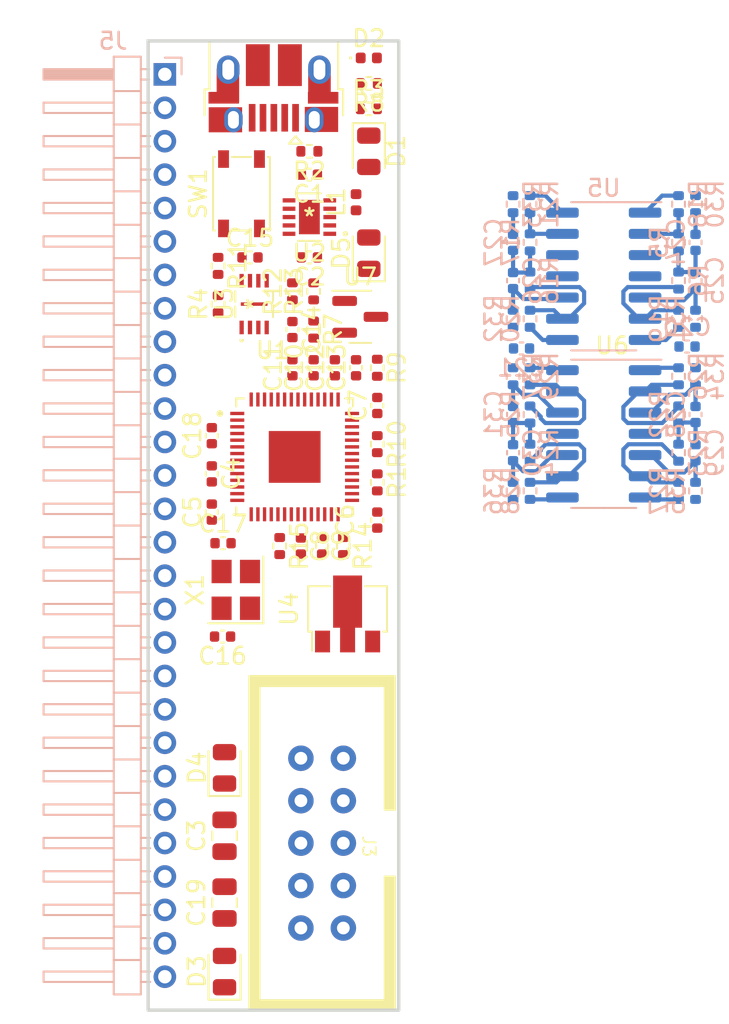
<source format=kicad_pcb>
(kicad_pcb (version 20211014) (generator pcbnew)
  (layers (0 "F.Cu" signal) (31 "B.Cu" signal) (34 "B.Paste" user) (35 "F.Paste" user) (36 "B.SilkS" user "B.Silkscreen") (37 "F.SilkS" user "F.Silkscreen") (38 "B.Mask" user) (39 "F.Mask" user) (44 "Edge.Cuts" user))
  (net 0 "")
  (net 1 "/3V3")
  (net 2 "Earth")
  (net 3 "/VSYS")
  (net 4 "/1V1")
  (net 5 "Net-(C10-Pad1)")
  (net 6 "/XIN")
  (net 7 "/XR")
  (net 8 "/VBUS")
  (net 9 "Net-(D2-Pad2)")
  (net 10 "/USB_D-")
  (net 11 "/USB_D+")
  (net 14 "/SWCLK")
  (net 15 "/SWDIO")
  (net 16 "Net-(L1-Pad1)")
  (net 17 "Net-(L1-Pad2)")
  (net 18 "/GPIO24")
  (net 19 "/3V3_EN")
  (net 20 "/QSPI_SS")
  (net 21 "/GPIO23")
  (net 22 "Net-(C13-Pad1)")
  (net 23 "/USB_D+X")
  (net 24 "/USB_D-X")
  (net 25 "/GPIO25")
  (net 26 "/XOUT")
  (net 27 "/QSPI_SD1")
  (net 28 "/QSPI_SD2")
  (net 29 "/QSPI_SD0")
  (net 30 "/QSPI_SCLK")
  (net 31 "/QSPI_SD3")
  (net 32 "/GPIO_12")
  (net 33 "/GPIO_13")
  (net 34 "/GPIO_14")
  (net 35 "/GPIO_15")
  (net 36 "/RUN")
  (net 37 "/GPIO_16")
  (net 38 "/GPIO_17")
  (net 39 "/GPIO_0")
  (net 40 "/GPIO_1")
  (net 41 "/GPIO_2")
  (net 42 "/GPIO_3")
  (net 43 "/GPIO_4")
  (net 44 "/GPIO_5")
  (net 45 "/GPIO_6")
  (net 46 "/GPIO_7")
  (net 47 "/GPIO_8")
  (net 48 "/GPIO_9")
  (net 49 "/GPIO_10")
  (net 50 "/GPIO_11")
  (net 51 "/GPIO_18")
  (net 52 "/GPIO_19")
  (net 53 "/GPIO_20")
  (net 54 "/GPIO_21")
  (net 55 "/GPIO_22")
  (net 56 "/GPIO_23")
  (net 57 "/GPIO_24")
  (net 58 "/GPIO_25")
  (net 59 "/GPIO_26_ADC0")
  (net 60 "/GPIO_27_ADC0")
  (net 61 "Net-(D3-Pad1)")
  (net 63 "Net-(C5-Pad1)")
  (net 64 "Net-(C6-Pad1)")
  (net 65 "Net-(C7-Pad1)")
  (net 66 "Net-(C8-Pad1)")
  (net 67 "Net-(D4-Pad2)")
  (net 68 "Net-(R11-Pad1)")
  (net 69 "-12V")
  (net 70 "+12V")
  (net 71 "/GPIO_28_ADC0")
  (net 72 "Net-(R7-Pad2)")
  (net 73 "/V_7805")
  (net 74 "Net-(R18-Pad1)")
  (net 75 "Net-(R19-Pad1)")
  (net 76 "Net-(R16-Pad1)")
  (net 77 "Net-(R17-Pad1)")
  (net 78 "Net-(R22-Pad1)")
  (net 79 "Net-(R23-Pad1)")
  (net 80 "Net-(R24-Pad1)")
  (net 81 "Net-(R25-Pad1)")
  (net 82 "/GPIO_0X")
  (net 83 "/GPIO_1X")
  (net 84 "/GPIO_2X")
  (net 85 "/GPIO_3X")
  (net 86 "/GPIO_4X")
  (net 87 "/GPIO_5X")
  (net 88 "/GPIO_6X")
  (net 89 "/GPIO_7X")
  (net 90 "Net-(U5-Pad3)")
  (net 91 "Net-(U5-Pad5)")
  (net 92 "Net-(U5-Pad10)")
  (net 93 "Net-(U5-Pad12)")
  (net 94 "Net-(U6-Pad3)")
  (net 95 "Net-(U6-Pad5)")
  (net 96 "Net-(U6-Pad10)")
  (net 97 "Net-(U6-Pad12)")
  (footprint "Capacitor_SMD:C_0402_1005Metric" (layer "F.Cu") (at 13.716 21.816 90)
    (fp_text reference "C7")
    (fp_text value "100n")
  )
  (footprint "Resistor_SMD:R_0402_1005Metric" (layer "F.Cu") (at 8.636 14.986 90)
    (fp_text reference "R12")
    (fp_text value "27R")
  )
  (footprint "Capacitor_SMD:C_0805_2012Metric" (layer "F.Cu") (at 4.572 51.562 90)
    (fp_text reference "C19")
    (fp_text value "10u")
  )
  (footprint "Resistor_SMD:R_0402_1005Metric" (layer "F.Cu") (at 9.652 6.604 180)
    (fp_text reference "R2")
    (fp_text value "100K")
  )
  (footprint "Capacitor_SMD:C_0402_1005Metric" (layer "F.Cu") (at 9.144 30.226 -90)
    (fp_text reference "C8")
    (fp_text value "100n")
  )
  (footprint "Capacitor_SMD:C_0402_1005Metric" (layer "F.Cu") (at 8.636 19.558 90)
    (fp_text reference "C11")
    (fp_text value "100n")
  )
  (footprint "Resistor_SMD:R_0402_1005Metric" (layer "F.Cu") (at 7.874 30.226 -90)
    (fp_text reference "R15")
    (fp_text value "NO FIT")
  )
  (footprint "Capacitor_SMD:C_0402_1005Metric" (layer "F.Cu") (at 12.446 19.558 90)
    (fp_text reference "C13")
    (fp_text value "2U2")
  )
  (footprint "Resistor_SMD:R_0402_1005Metric" (layer "F.Cu") (at 13.716 24.13 -90)
    (fp_text reference "R10")
    (fp_text value "5K6")
  )
  (footprint "Resistor_SMD:R_0402_1005Metric" (layer "F.Cu") (at 13.716 19.558 -90)
    (fp_text reference "R9")
    (fp_text value "1R")
  )
  (footprint "Package_TO_SOT_SMD:SOT-89-3" (layer "F.Cu") (at 11.938 34.29 90)
    (fp_text reference "U4")
    (fp_text value "L7805")
  )
  (footprint "Diode_SMD:D_0805_2012Metric" (layer "F.Cu") (at 4.572 43.5 90)
    (fp_text reference "D4")
    (fp_text value "DIODE")
  )
  (footprint "Diode_SMD:D_0805_2012Metric" (layer "F.Cu") (at 13.208 6.604 -90)
    (fp_text reference "D1")
    (fp_text value "DIODE")
  )
  (footprint "Inductor_SMD:L_0402_1005Metric" (layer "F.Cu") (at 12.446 9.652 90)
    (fp_text reference "L1")
    (fp_text value "2U2")
  )
  (footprint "Capacitor_SMD:C_0402_1005Metric" (layer "F.Cu") (at 3.81 23.622 90)
    (fp_text reference "C18")
    (fp_text value "2U2")
  )
  (footprint "Capacitor_SMD:C_0402_1005Metric" (layer "F.Cu") (at 9.652 8.001 180)
    (fp_text reference "C1")
    (fp_text value "47u")
  )
  (footprint "Capacitor_SMD:C_0402_1005Metric" (layer "F.Cu") (at 13.716 28.674 90)
    (fp_text reference "C6")
    (fp_text value "100n")
  )
  (footprint "Capacitor_SMD:C_0402_1005Metric" (layer "F.Cu") (at 6.096 12.954)
    (fp_text reference "C15")
    (fp_text value "100n")
  )
  (footprint "RT6150B-33GQW:RT6150B-33GQW" (layer "F.Cu") (at 9.652 10.541 180)
    (fp_text reference "U2")
    (fp_text value "RT6150B-33GQW" hide)
  )
  (footprint "Capacitor_SMD:C_0402_1005Metric" (layer "F.Cu") (at 8.636 17.272 -90)
    (fp_text reference "C14")
    (fp_text value "2U2")
  )
  (footprint "Capacitor_SMD:C_0402_1005Metric" (layer "F.Cu") (at 10.414 30.226 -90)
    (fp_text reference "C9")
    (fp_text value "100n")
  )
  (footprint "Resistor_SMD:R_0402_1005Metric" (layer "F.Cu") (at 9.906 17.272 -90)
    (fp_text reference "R7")
    (fp_text value "200R")
  )
  (footprint "Button_Switch_SMD:SW_SPST_PTS810" (layer "F.Cu") (at 5.588 9.144 90)
    (fp_text reference "SW1")
    (fp_text value "SW_MEC_5E")
  )
  (footprint "w25q16jvuxiq:W25Q16JVUXIQ" (layer "F.Cu") (at 6.346 15.748 90)
    (fp_text reference "U3")
    (fp_text value "W25Q16JVUXIQ" hide)
  )
  (footprint "Package_TO_SOT_SMD:SOT-23" (layer "F.Cu") (at 12.7 16.51)
    (fp_text reference "U7")
    (fp_text value "LM4040DBZ-3")
  )
  (footprint "Diode_SMD:D_0805_2012Metric" (layer "F.Cu") (at 4.572 55.692 90)
    (fp_text reference "D3")
    (fp_text value "DIODE")
  )
  (footprint "Crystal:Crystal_SMD_3225-4Pin_3.2x2.5mm" (layer "F.Cu") (at 5.246 32.85 90)
    (fp_text reference "X1")
    (fp_text value "Crystal_GND24")
  )
  (footprint "LED_SMD:LED_0402_1005Metric" (layer "F.Cu") (at 13.208 1.016)
    (fp_text reference "D2")
    (fp_text value "LED")
  )
  (footprint "Diode_SMD:D_0805_2012Metric" (layer "F.Cu") (at 13.208 12.7 90)
    (fp_text reference "D5")
    (fp_text value "DIODE")
  )
  (footprint "Capacitor_SMD:C_0402_1005Metric" (layer "F.Cu") (at 11.176 19.558 90)
    (fp_text reference "C12")
    (fp_text value "2U2")
  )
  (footprint "Capacitor_SMD:C_0402_1005Metric" (layer "F.Cu") (at 3.81 25.908 -90)
    (fp_text reference "C4")
    (fp_text value "100n")
  )
  (footprint "Capacitor_SMD:C_0402_1005Metric" (layer "F.Cu") (at 3.81 28.194 90)
    (fp_text reference "C5")
    (fp_text value "100n")
  )
  (footprint "Resistor_SMD:R_0402_1005Metric" (layer "F.Cu") (at 13.21 4.064)
    (fp_text reference "R3")
    (fp_text value "470R")
  )
  (footprint "Resistor_SMD:R_0402_1005Metric" (layer "F.Cu") (at 11.684 30.226 -90)
    (fp_text reference "R14")
    (fp_text value "1K")
  )
  (footprint "Resistor_SMD:R_0402_1005Metric" (layer "F.Cu") (at 13.21 2.54 180)
    (fp_text reference "R8")
    (fp_text value "100K")
  )
  (footprint "Resistor_SMD:R_0402_1005Metric" (layer "F.Cu") (at 4.187 15.748 90)
    (fp_text reference "R4")
    (fp_text value "NO FIT")
  )
  (footprint "Resistor_SMD:R_0402_1005Metric" (layer "F.Cu") (at 9.906 14.986 90)
    (fp_text reference "R13")
    (fp_text value "27R")
  )
  (footprint "Capacitor_SMD:C_0402_1005Metric" (layer "F.Cu") (at 4.456 35.644 180)
    (fp_text reference "C16")
    (fp_text value "15p")
  )
  (footprint "Connector_USB:USB_Micro-B_Amphenol_10103594-0001LF_Horizontal" (layer "F.Cu") (at 7.5 2.8328 180)
    (fp_text reference "J1" hide)
    (fp_text value "USB_B_Micro")
  )
  (footprint "Resistor_SMD:R_0402_1005Metric" (layer "F.Cu") (at 4.187 13.462 -90)
    (fp_text reference "R11")
    (fp_text value "1K")
  )
  (footprint "Capacitor_SMD:C_0805_2012Metric" (layer "F.Cu") (at 4.572 47.564 90)
    (fp_text reference "C3")
    (fp_text value "10u")
  )
  (footprint "rp2040:QFN40P700X700X90-57N" (layer "F.Cu") (at 8.77 24.892)
    (fp_text reference "U1")
    (fp_text value "RP2040")
  )
  (footprint "Capacitor_SMD:C_0402_1005Metric" (layer "F.Cu") (at 4.484 30.056)
    (fp_text reference "C17")
    (fp_text value "15p")
  )
  (footprint "Eurorack:Eurorack Power Header Unlabeled" (layer "F.Cu") (at 10.414 48.006 -90)
    (fp_text reference "J3")
    (fp_text value "Conn_02x05_Odd_Even")
  )
  (footprint "Resistor_SMD:R_0402_1005Metric" (layer "F.Cu") (at 13.716 26.416 -90)
    (fp_text reference "R1")
    (fp_text value "10K")
  )
  (footprint "Capacitor_SMD:C_0402_1005Metric" (layer "F.Cu") (at 9.906 19.558 90)
    (fp_text reference "C10")
    (fp_text value "100n")
  )
  (footprint "Capacitor_SMD:C_0402_1005Metric" (layer "F.Cu") (at 9.652 12.954 180)
    (fp_text reference "C2")
    (fp_text value "47u")
  )
  (footprint "Resistor_SMD:R_0402_1005Metric" (layer "B.Cu") (at 31.75 9.767204 90)
    (fp_text reference "R18")
    (fp_text value "100K")
  )
  (footprint "Package_SO:SOIC-14_3.9x8.7mm_P1.27mm" (layer "B.Cu") (at 27.27252 14.085204 180)
    (fp_text reference "U5")
    (fp_text value "TL074")
  )
  (footprint "Resistor_SMD:R_0402_1005Metric" (layer "B.Cu") (at 22.86 22.354 -90)
    (fp_text reference "R25")
    (fp_text value "39K")
  )
  (footprint "Capacitor_SMD:C_0402_1005Metric" (layer "B.Cu") (at 22.352 18.403204)
    (fp_text reference "C21")
    (fp_text value "100n")
  )
  (footprint "Resistor_SMD:R_0402_1005Metric" (layer "B.Cu") (at 32.766 20.068 90)
    (fp_text reference "R34")
    (fp_text value "1K")
  )
  (footprint "Resistor_SMD:R_0402_1005Metric" (layer "B.Cu") (at 32.766 9.765204 90)
    (fp_text reference "R30")
    (fp_text value "1K")
  )
  (footprint "Resistor_SMD:R_0402_1005Metric" (layer "B.Cu") (at 31.75 20.068 90)
    (fp_text reference "R26")
    (fp_text value "100K")
  )
  (footprint "Resistor_SMD:R_0402_1005Metric" (layer "B.Cu") (at 31.75 22.352 -90)
    (fp_text reference "R22")
    (fp_text value "39K")
  )
  (footprint "Capacitor_SMD:C_0402_1005Metric" (layer "B.Cu") (at 21.844 14.339204 90)
    (fp_text reference "C26")
    (fp_text value "100n")
  )
  (footprint "Resistor_SMD:R_0402_1005Metric" (layer "B.Cu") (at 21.844 16.623204 -90)
    (fp_text reference "R32")
    (fp_text value "1K")
  )
  (footprint "Capacitor_SMD:C_0402_1005Metric" (layer "B.Cu") (at 32.766 22.354 -90)
    (fp_text reference "C28")
    (fp_text value "100n")
  )
  (footprint "Resistor_SMD:R_0402_1005Metric" (layer "B.Cu") (at 21.844 26.928 -90)
    (fp_text reference "R36")
    (fp_text value "1K")
  )
  (footprint "Resistor_SMD:R_0402_1005Metric" (layer "B.Cu") (at 32.766 26.926 -90)
    (fp_text reference "R35")
    (fp_text value "1K")
  )
  (footprint "Resistor_SMD:R_0402_1005Metric" (layer "B.Cu") (at 22.86 24.642 90)
    (fp_text reference "R24")
    (fp_text value "39K")
  )
  (footprint "Resistor_SMD:R_0402_1005Metric" (layer "B.Cu") (at 32.766 16.625204 -90)
    (fp_text reference "R31")
    (fp_text value "1K")
  )
  (footprint "Resistor_SMD:R_0402_1005Metric" (layer "B.Cu") (at 22.86 12.053204 -90)
    (fp_text reference "R17")
    (fp_text value "39K")
  )
  (footprint "Capacitor_SMD:C_0402_1005Metric" (layer "B.Cu") (at 21.844 22.354 -90)
    (fp_text reference "C31")
    (fp_text value "100n")
  )
  (footprint "Resistor_SMD:R_0402_1005Metric" (layer "B.Cu") (at 31.75 14.339204 90)
    (fp_text reference "R6")
    (fp_text value "39K")
  )
  (footprint "Resistor_SMD:R_0402_1005Metric" (layer "B.Cu") (at 31.75 24.64 90)
    (fp_text reference "R23")
    (fp_text value "39K")
  )
  (footprint "Connector_PinHeader_2.00mm:PinHeader_1x28_P2.00mm_Horizontal" (layer "B.Cu") (at 1 2 180)
    (fp_text reference "J5")
    (fp_text value "Conn_01x10_Male")
  )
  (footprint "Resistor_SMD:R_0402_1005Metric" (layer "B.Cu") (at 22.86 26.924 -90)
    (fp_text reference "R28")
    (fp_text value "100K")
  )
  (footprint "Resistor_SMD:R_0402_1005Metric" (layer "B.Cu") (at 31.75 26.926 -90)
    (fp_text reference "R27")
    (fp_text value "100K")
  )
  (footprint "Resistor_SMD:R_0402_1005Metric" (layer "B.Cu") (at 22.86 9.765204 90)
    (fp_text reference "R21")
    (fp_text value "100K")
  )
  (footprint "Capacitor_SMD:C_0402_1005Metric" (layer "B.Cu") (at 21.844 24.64 90)
    (fp_text reference "C30")
    (fp_text value "100n")
  )
  (footprint "Capacitor_SMD:C_0402_1005Metric" (layer "B.Cu") (at 32.766 12.053204 -90)
    (fp_text reference "C24")
    (fp_text value "100n")
  )
  (footprint "Resistor_SMD:R_0402_1005Metric" (layer "B.Cu") (at 21.844 20.068 90)
    (fp_text reference "R37")
    (fp_text value "1K")
  )
  (footprint "Resistor_SMD:R_0402_1005Metric" (layer "B.Cu") (at 22.86 16.625204 -90)
    (fp_text reference "R20")
    (fp_text value "100K")
  )
  (footprint "Capacitor_SMD:C_0402_1005Metric" (layer "B.Cu") (at 32.766 24.64 90)
    (fp_text reference "C29")
    (fp_text value "100n")
  )
  (footprint "Resistor_SMD:R_0402_1005Metric" (layer "B.Cu") (at 31.75 16.625204 -90)
    (fp_text reference "R19")
    (fp_text value "100K")
  )
  (footprint "Resistor_SMD:R_0402_1005Metric" (layer "B.Cu") (at 22.86 14.339204 90)
    (fp_text reference "R16")
    (fp_text value "39K")
  )
  (footprint "Capacitor_SMD:C_0402_1005Metric" (layer "B.Cu") (at 21.844 12.053204 -90)
    (fp_text reference "C27")
    (fp_text value "100n")
  )
  (footprint "Capacitor_SMD:C_0402_1005Metric" (layer "B.Cu") (at 32.258 18.288 180)
    (fp_text reference "C20")
    (fp_text value "100n")
  )
  (footprint "Resistor_SMD:R_0402_1005Metric" (layer "B.Cu") (at 22.86 20.07 90)
    (fp_text reference "R29")
    (fp_text value "100K")
  )
  (footprint "Resistor_SMD:R_0402_1005Metric" (layer "B.Cu") (at 31.75 12.055204 -90)
    (fp_text reference "R5")
    (fp_text value "39K")
  )
  (footprint "Package_SO:SOIC-14_3.9x8.7mm_P1.27mm" (layer "B.Cu") (at 27.27252 23.510796 180)
    (fp_text reference "U6")
    (fp_text value "TL074")
  )
  (footprint "Resistor_SMD:R_0402_1005Metric" (layer "B.Cu") (at 21.844 9.769204 90)
    (fp_text reference "R33")
    (fp_text value "1K")
  )
  (footprint "Capacitor_SMD:C_0402_1005Metric" (layer "B.Cu") (at 32.766 14.339204 90)
    (fp_text reference "C25")
    (fp_text value "100n")
  )
  (gr_rect (start 0 0) (end 15 58) (layer "Edge.Cuts") (width 0.2) (fill none))
  (segment (start 22.86 22.864) (end 22.86 24.132) (width 0.25) (layer "B.Cu") (net 2))
  (segment (start 21.844 13.859204) (end 22.83 13.859204) (width 0.25) (layer "B.Cu") (net 2))
  (segment (start 31.75 13.829204) (end 31.75 12.565204) (width 0.25) (layer "B.Cu") (net 2))
  (segment (start 31.75 13.829204) (end 32.736 13.829204) (width 0.25) (layer "B.Cu") (net 2))
  (segment (start 32.766 22.834) (end 31.778 22.834) (width 0.25) (layer "B.Cu") (net 2))
  (segment (start 22.86 12.563204) (end 22.86 13.829204) (width 0.25) (layer "B.Cu") (net 2))
  (segment (start 21.874 22.864) (end 21.844 22.834) (width 0.25) (layer "B.Cu") (net 2))
  (segment (start 32.736 13.829204) (end 32.766 13.859204) (width 0.25) (layer "B.Cu") (net 2))
  (segment (start 22.83 13.859204) (end 22.86 13.829204) (width 0.25) (layer "B.Cu") (net 2))
  (segment (start 22.86 22.864) (end 21.874 22.864) (width 0.25) (layer "B.Cu") (net 2))
  (segment (start 32.766 22.834) (end 32.766 24.16) (width 0.25) (layer "B.Cu") (net 2))
  (segment (start 21.844 13.859204) (end 21.844 12.533204) (width 0.25) (layer "B.Cu") (net 2))
  (segment (start 32.766 12.533204) (end 32.766 13.859204) (width 0.25) (layer "B.Cu") (net 2))
  (segment (start 21.844 24.16) (end 21.844 22.834) (width 0.25) (layer "B.Cu") (net 2))
  (segment (start 31.75 24.13) (end 31.75 22.862) (width 0.25) (layer "B.Cu") (net 2))
  (segment (start 31.778 22.834) (end 31.75 22.862) (width 0.25) (layer "B.Cu") (net 2))
  (segment (start 30.76552 9.257204) (end 29.74752 10.275204) (width 0.25) (layer "B.Cu") (net 39))
  (segment (start 31.75 9.257204) (end 30.76552 9.257204) (width 0.25) (layer "B.Cu") (net 39))
  (segment (start 30.99 17.895204) (end 29.74752 17.895204) (width 0.25) (layer "B.Cu") (net 40))
  (segment (start 31.75 17.135204) (end 30.99 17.895204) (width 0.25) (layer "B.Cu") (net 40))
  (segment (start 23.62 17.895204) (end 24.79752 17.895204) (width 0.25) (layer "B.Cu") (net 41))
  (segment (start 22.86 17.135204) (end 23.62 17.895204) (width 0.25) (layer "B.Cu") (net 41))
  (segment (start 23.77752 9.255204) (end 24.79752 10.275204) (width 0.25) (layer "B.Cu") (net 42))
  (segment (start 22.86 9.255204) (end 23.77752 9.255204) (width 0.25) (layer "B.Cu") (net 42))
  (segment (start 29.890316 19.558) (end 29.74752 19.700796) (width 0.25) (layer "B.Cu") (net 43))
  (segment (start 31.75 19.558) (end 29.890316 19.558) (width 0.25) (layer "B.Cu") (net 43))
  (segment (start 31.75 27.436) (end 29.862724 27.436) (width 0.25) (layer "B.Cu") (net 44))
  (segment (start 29.862724 27.436) (end 29.74752 27.320796) (width 0.25) (layer "B.Cu") (net 44))
  (segment (start 24.684316 27.434) (end 24.79752 27.320796) (width 0.25) (layer "B.Cu") (net 45))
  (segment (start 22.86 27.434) (end 24.684316 27.434) (width 0.25) (layer "B.Cu") (net 45))
  (segment (start 22.86 19.56) (end 24.656724 19.56) (width 0.25) (layer "B.Cu") (net 46))
  (segment (start 24.656724 19.56) (end 24.79752 19.700796) (width 0.25) (layer "B.Cu") (net 46))
  (segment (start 31.75 11.545204) (end 29.74752 11.545204) (width 0.25) (layer "B.Cu") (net 74))
  (segment (start 31.75 10.277204) (end 31.75 11.545204) (width 0.25) (layer "B.Cu") (net 74))
  (segment (start 31.75 16.115204) (end 30.25752 16.115204) (width 0.25) (layer "B.Cu") (net 75))
  (segment (start 31.63148 14.730684) (end 31.75 14.849204) (width 0.25) (layer "B.Cu") (net 75))
  (segment (start 29.74752 16.625204) (end 29.371448 16.625204) (width 0.25) (layer "B.Cu") (net 75))
  (segment (start 28.448 14.987692) (end 28.705008 14.730684) (width 0.25) (layer "B.Cu") (net 75))
  (segment (start 28.448 15.701756) (end 28.448 14.987692) (width 0.25) (layer "B.Cu") (net 75))
  (segment (start 30.25752 16.115204) (end 29.74752 16.625204) (width 0.25) (layer "B.Cu") (net 75))
  (segment (start 28.705008 14.730684) (end 31.63148 14.730684) (width 0.25) (layer "B.Cu") (net 75))
  (segment (start 29.371448 16.625204) (end 28.448 15.701756) (width 0.25) (layer "B.Cu") (net 75))
  (segment (start 25.819072 14.730684) (end 26.09704 15.008652) (width 0.25) (layer "B.Cu") (net 76))
  (segment (start 22.97852 14.730684) (end 25.819072 14.730684) (width 0.25) (layer "B.Cu") (net 76))
  (segment (start 26.09704 15.701756) (end 25.173592 16.625204) (width 0.25) (layer "B.Cu") (net 76))
  (segment (start 22.86 16.115204) (end 24.28752 16.115204) (width 0.25) (layer "B.Cu") (net 76))
  (segment (start 22.86 14.849204) (end 22.97852 14.730684) (width 0.25) (layer "B.Cu") (net 76))
  (segment (start 26.09704 15.008652) (end 26.09704 15.701756) (width 0.25) (layer "B.Cu") (net 76))
  (segment (start 25.173592 16.625204) (end 24.79752 16.625204) (width 0.25) (layer "B.Cu") (net 76))
  (segment (start 24.28752 16.115204) (end 24.79752 16.625204) (width 0.25) (layer "B.Cu") (net 76))
  (segment (start 24.79552 11.543204) (end 24.79752 11.545204) (width 0.25) (layer "B.Cu") (net 77))
  (segment (start 22.86 10.275204) (end 22.86 11.543204) (width 0.25) (layer "B.Cu") (net 77))
  (segment (start 22.86 11.543204) (end 24.79552 11.543204) (width 0.25) (layer "B.Cu") (net 77))
  (segment (start 30.140316 20.578) (end 29.74752 20.970796) (width 0.25) (layer "B.Cu") (net 78))
  (segment (start 31.75 21.892141) (end 31.75 21.842) (width 0.25) (layer "B.Cu") (net 78))
  (segment (start 30.776825 22.865316) (end 31.75 21.892141) (width 0.25) (layer "B.Cu") (net 78))
  (segment (start 31.75 20.578) (end 30.140316 20.578) (width 0.25) (layer "B.Cu") (net 78))
  (segment (start 28.448 21.894244) (end 28.448 22.606) (width 0.25) (layer "B.Cu") (net 78))
  (segment (start 29.371448 20.970796) (end 28.448 21.894244) (width 0.25) (layer "B.Cu") (net 78))
  (segment (start 28.448 22.606) (end 28.707316 22.865316) (width 0.25) (layer "B.Cu") (net 78))
  (segment (start 29.74752 20.970796) (end 29.371448 20.970796) (width 0.25) (layer "B.Cu") (net 78))
  (segment (start 28.707316 22.865316) (end 30.776825 22.865316) (width 0.25) (layer "B.Cu") (net 78))
  (segment (start 28.448 25.4) (end 29.098796 26.050796) (width 0.25) (layer "B.Cu") (net 79))
  (segment (start 28.448 24.434244) (end 28.448 25.4) (width 0.25) (layer "B.Cu") (net 79))
  (segment (start 31.75 26.416) (end 30.112724 26.416) (width 0.25) (layer "B.Cu") (net 79))
  (segment (start 30.112724 26.416) (end 29.74752 26.050796) (width 0.25) (layer "B.Cu") (net 79))
  (segment (start 31.75 25.137204) (end 30.748112 24.135316) (width 0.25) (layer "B.Cu") (net 79))
  (segment (start 28.746928 24.135316) (end 28.448 24.434244) (width 0.25) (layer "B.Cu") (net 79))
  (segment (start 31.75 25.15) (end 31.75 25.137204) (width 0.25) (layer "B.Cu") (net 79))
  (segment (start 30.748112 24.135316) (end 28.746928 24.135316) (width 0.25) (layer "B.Cu") (net 79))
  (segment (start 29.098796 26.050796) (end 29.74752 26.050796) (width 0.25) (layer "B.Cu") (net 79))
  (segment (start 22.86 26.414) (end 24.434316 26.414) (width 0.25) (layer "B.Cu") (net 80))
  (segment (start 25.798112 24.135316) (end 23.796928 24.135316) (width 0.25) (layer "B.Cu") (net 80))
  (segment (start 23.498 24.514) (end 22.86 25.152) (width 0.25) (layer "B.Cu") (net 80))
  (segment (start 25.173592 26.050796) (end 26.09704 25.127348) (width 0.25) (layer "B.Cu") (net 80))
  (segment (start 23.796928 24.135316) (end 23.498 24.434244) (width 0.25) (layer "B.Cu") (net 80))
  (segment (start 24.79752 26.050796) (end 25.173592 26.050796) (width 0.25) (layer "B.Cu") (net 80))
  (segment (start 26.09704 25.127348) (end 26.09704 24.434244) (width 0.25) (layer "B.Cu") (net 80))
  (segment (start 26.09704 24.434244) (end 25.798112 24.135316) (width 0.25) (layer "B.Cu") (net 80))
  (segment (start 24.434316 26.414) (end 24.79752 26.050796) (width 0.25) (layer "B.Cu") (net 80))
  (segment (start 23.498 24.434244) (end 23.498 24.514) (width 0.25) (layer "B.Cu") (net 80))
  (segment (start 23.498 22.482) (end 23.498 22.587348) (width 0.25) (layer "B.Cu") (net 81))
  (segment (start 24.406724 20.58) (end 24.79752 20.970796) (width 0.25) (layer "B.Cu") (net 81))
  (segment (start 26.09704 21.52504) (end 25.542796 20.970796) (width 0.25) (layer "B.Cu") (net 81))
  (segment (start 26.09704 22.587348) (end 26.09704 21.52504) (width 0.25) (layer "B.Cu") (net 81))
  (segment (start 23.775968 22.865316) (end 25.819072 22.865316) (width 0.25) (layer "B.Cu") (net 81))
  (segment (start 22.86 21.844) (end 23.498 22.482) (width 0.25) (layer "B.Cu") (net 81))
  (segment (start 23.498 22.587348) (end 23.775968 22.865316) (width 0.25) (layer "B.Cu") (net 81))
  (segment (start 22.86 20.58) (end 24.406724 20.58) (width 0.25) (layer "B.Cu") (net 81))
  (segment (start 25.542796 20.970796) (end 24.79752 20.970796) (width 0.25) (layer "B.Cu") (net 81))
  (segment (start 25.819072 22.865316) (end 26.09704 22.587348) (width 0.25) (layer "B.Cu") (net 81))
  (segment (start 32.766 10.275204) (end 32.766 11.573204) (width 0.25) (layer "B.Cu") (net 90))
  (segment (start 29.913 15.520684) (end 29.74752 15.355204) (width 0.25) (layer "B.Cu") (net 91))
  (segment (start 32.06452 15.520684) (end 29.913 15.520684) (width 0.25) (layer "B.Cu") (net 91))
  (segment (start 32.766 14.819204) (end 32.06452 15.520684) (width 0.25) (layer "B.Cu") (net 91))
  (segment (start 32.766 14.819204) (end 32.766 16.115204) (width 0.25) (layer "B.Cu") (net 91))
  (segment (start 21.844 14.819204) (end 21.844 16.113204) (width 0.25) (layer "B.Cu") (net 92))
  (segment (start 24.709 15.443724) (end 24.79752 15.355204) (width 0.25) (layer "B.Cu") (net 92))
  (segment (start 22.46852 15.443724) (end 24.709 15.443724) (width 0.25) (layer "B.Cu") (net 92))
  (segment (start 21.844 14.819204) (end 22.46852 15.443724) (width 0.25) (layer "B.Cu") (net 92))
  (segment (start 21.844 11.573204) (end 21.844 10.279204) (width 0.25) (layer "B.Cu") (net 93))
  (segment (start 31.191868 21.17252) (end 30.123592 22.240796) (width 0.25) (layer "B.Cu") (net 94))
  (segment (start 30.123592 22.240796) (end 29.74752 22.240796) (width 0.25) (layer "B.Cu") (net 94))
  (segment (start 32.766 20.578) (end 32.17148 21.17252) (width 0.25) (layer "B.Cu") (net 94))
  (segment (start 32.766 20.578) (end 32.766 21.874) (width 0.25) (layer "B.Cu") (net 94))
  (segment (start 32.17148 21.17252) (end 31.191868 21.17252) (width 0.25) (layer "B.Cu") (net 94))
  (segment (start 32.766 25.12) (end 32.766 25.146) (width 0.25) (layer "B.Cu") (net 95))
  (segment (start 30.123592 24.780796) (end 29.74752 24.780796) (width 0.25) (layer "B.Cu") (net 95))
  (segment (start 32.09052 25.82148) (end 31.164276 25.82148) (width 0.25) (layer "B.Cu") (net 95))
  (segment (start 31.164276 25.82148) (end 30.123592 24.780796) (width 0.25) (layer "B.Cu") (net 95))
  (segment (start 32.766 25.146) (end 32.09052 25.82148) (width 0.25) (layer "B.Cu") (net 95))
  (segment (start 32.766 25.12) (end 32.766 26.416) (width 0.25) (layer "B.Cu") (net 95))
  (segment (start 22.44452 25.74652) (end 23.235339 25.74652) (width 0.25) (layer "B.Cu") (net 96))
  (segment (start 21.844 25.12) (end 21.844 25.146) (width 0.25) (layer "B.Cu") (net 96))
  (segment (start 21.844 25.146) (end 22.44452 25.74652) (width 0.25) (layer "B.Cu") (net 96))
  (segment (start 24.201063 24.780796) (end 24.79752 24.780796) (width 0.25) (layer "B.Cu") (net 96))
  (segment (start 21.844 26.418) (end 21.844 25.12) (width 0.25) (layer "B.Cu") (net 96))
  (segment (start 23.235339 25.74652) (end 24.201063 24.780796) (width 0.25) (layer "B.Cu") (net 96))
  (segment (start 21.844 20.578) (end 21.848 20.578) (width 0.25) (layer "B.Cu") (net 97))
  (segment (start 21.844 21.874) (end 21.844 20.578) (width 0.25) (layer "B.Cu") (net 97))
  (segment (start 22.44452 21.17452) (end 23.355172 21.17452) (width 0.25) (layer "B.Cu") (net 97))
  (segment (start 23.355172 21.17452) (end 24.421448 22.240796) (width 0.25) (layer "B.Cu") (net 97))
  (segment (start 24.421448 22.240796) (end 24.79752 22.240796) (width 0.25) (layer "B.Cu") (net 97))
  (segment (start 21.848 20.578) (end 22.44452 21.17452) (width 0.25) (layer "B.Cu") (net 97))
)
</source>
